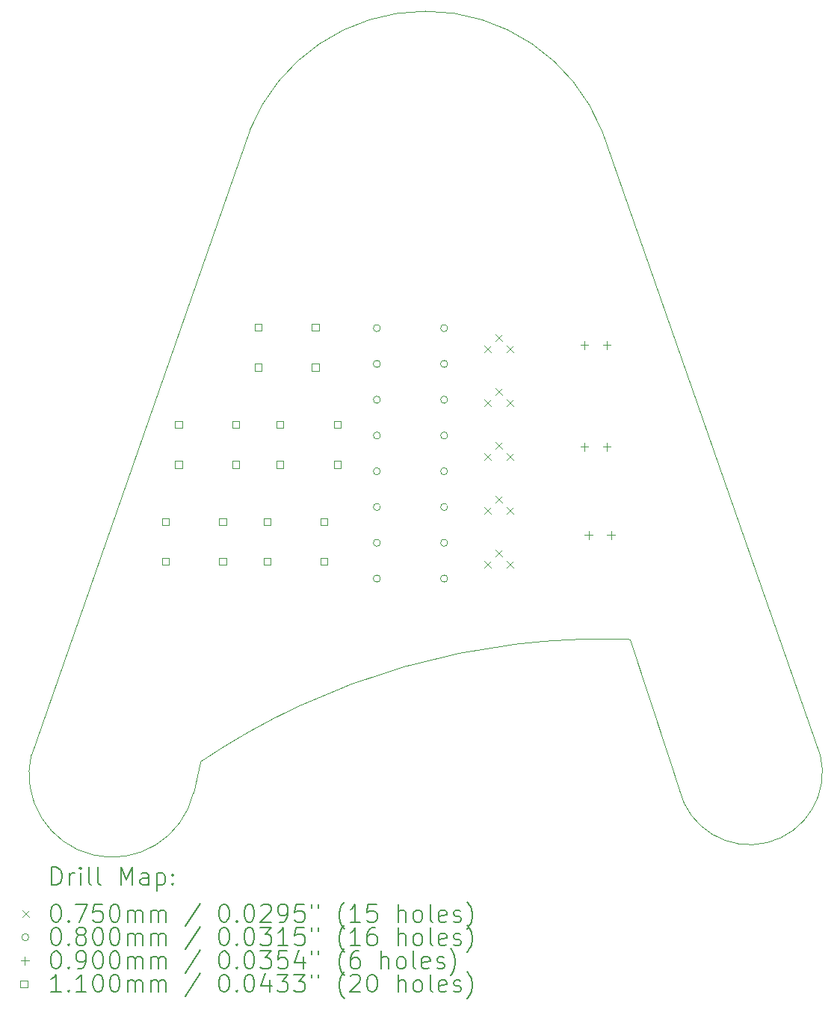
<source format=gbr>
%TF.GenerationSoftware,KiCad,Pcbnew,9.0.1*%
%TF.CreationDate,2025-05-23T23:34:19-04:00*%
%TF.ProjectId,logic01,6c6f6769-6330-4312-9e6b-696361645f70,rev?*%
%TF.SameCoordinates,Original*%
%TF.FileFunction,Drillmap*%
%TF.FilePolarity,Positive*%
%FSLAX45Y45*%
G04 Gerber Fmt 4.5, Leading zero omitted, Abs format (unit mm)*
G04 Created by KiCad (PCBNEW 9.0.1) date 2025-05-23 23:34:19*
%MOMM*%
%LPD*%
G01*
G04 APERTURE LIST*
%ADD10C,0.050000*%
%ADD11C,0.200000*%
%ADD12C,0.100000*%
%ADD13C,0.110000*%
G04 APERTURE END LIST*
D10*
X19480734Y-12895299D02*
G75*
G02*
X17884734Y-13294299I-798000J-199500D01*
G01*
X12455263Y-12982170D02*
G75*
G02*
X17323948Y-11594696I4551670J-6736028D01*
G01*
X17323948Y-11594696D02*
X17765034Y-12935199D01*
X12378534Y-13334199D02*
X12455263Y-12982170D01*
X17884734Y-13294299D02*
X17765034Y-12935199D01*
X17006934Y-5832999D02*
X19480734Y-12895299D01*
X13016934Y-5832999D02*
G75*
G02*
X17006934Y-5832999I1995000J-798000D01*
G01*
X12378534Y-13334199D02*
G75*
G02*
X10543135Y-12895299I-917700J219449D01*
G01*
X13016934Y-5832999D02*
X10543134Y-12895299D01*
D11*
D12*
X15674600Y-8264400D02*
X15749600Y-8339400D01*
X15749600Y-8264400D02*
X15674600Y-8339400D01*
X15674600Y-8875400D02*
X15749600Y-8950400D01*
X15749600Y-8875400D02*
X15674600Y-8950400D01*
X15674600Y-9486400D02*
X15749600Y-9561400D01*
X15749600Y-9486400D02*
X15674600Y-9561400D01*
X15674600Y-10097400D02*
X15749600Y-10172400D01*
X15749600Y-10097400D02*
X15674600Y-10172400D01*
X15674600Y-10708400D02*
X15749600Y-10783400D01*
X15749600Y-10708400D02*
X15674600Y-10783400D01*
X15801600Y-8137400D02*
X15876600Y-8212400D01*
X15876600Y-8137400D02*
X15801600Y-8212400D01*
X15801600Y-8748400D02*
X15876600Y-8823400D01*
X15876600Y-8748400D02*
X15801600Y-8823400D01*
X15801600Y-9359400D02*
X15876600Y-9434400D01*
X15876600Y-9359400D02*
X15801600Y-9434400D01*
X15801600Y-9970400D02*
X15876600Y-10045400D01*
X15876600Y-9970400D02*
X15801600Y-10045400D01*
X15801600Y-10581400D02*
X15876600Y-10656400D01*
X15876600Y-10581400D02*
X15801600Y-10656400D01*
X15928600Y-8264400D02*
X16003600Y-8339400D01*
X16003600Y-8264400D02*
X15928600Y-8339400D01*
X15928600Y-8875400D02*
X16003600Y-8950400D01*
X16003600Y-8875400D02*
X15928600Y-8950400D01*
X15928600Y-9486400D02*
X16003600Y-9561400D01*
X16003600Y-9486400D02*
X15928600Y-9561400D01*
X15928600Y-10097400D02*
X16003600Y-10172400D01*
X16003600Y-10097400D02*
X15928600Y-10172400D01*
X15928600Y-10708400D02*
X16003600Y-10783400D01*
X16003600Y-10708400D02*
X15928600Y-10783400D01*
X14498100Y-8069900D02*
G75*
G02*
X14418100Y-8069900I-40000J0D01*
G01*
X14418100Y-8069900D02*
G75*
G02*
X14498100Y-8069900I40000J0D01*
G01*
X14498100Y-8474900D02*
G75*
G02*
X14418100Y-8474900I-40000J0D01*
G01*
X14418100Y-8474900D02*
G75*
G02*
X14498100Y-8474900I40000J0D01*
G01*
X14498100Y-8879900D02*
G75*
G02*
X14418100Y-8879900I-40000J0D01*
G01*
X14418100Y-8879900D02*
G75*
G02*
X14498100Y-8879900I40000J0D01*
G01*
X14498100Y-9284900D02*
G75*
G02*
X14418100Y-9284900I-40000J0D01*
G01*
X14418100Y-9284900D02*
G75*
G02*
X14498100Y-9284900I40000J0D01*
G01*
X14498100Y-9689900D02*
G75*
G02*
X14418100Y-9689900I-40000J0D01*
G01*
X14418100Y-9689900D02*
G75*
G02*
X14498100Y-9689900I40000J0D01*
G01*
X14498100Y-10094900D02*
G75*
G02*
X14418100Y-10094900I-40000J0D01*
G01*
X14418100Y-10094900D02*
G75*
G02*
X14498100Y-10094900I40000J0D01*
G01*
X14498100Y-10499900D02*
G75*
G02*
X14418100Y-10499900I-40000J0D01*
G01*
X14418100Y-10499900D02*
G75*
G02*
X14498100Y-10499900I40000J0D01*
G01*
X14498100Y-10904900D02*
G75*
G02*
X14418100Y-10904900I-40000J0D01*
G01*
X14418100Y-10904900D02*
G75*
G02*
X14498100Y-10904900I40000J0D01*
G01*
X15260100Y-8069900D02*
G75*
G02*
X15180100Y-8069900I-40000J0D01*
G01*
X15180100Y-8069900D02*
G75*
G02*
X15260100Y-8069900I40000J0D01*
G01*
X15260100Y-8474900D02*
G75*
G02*
X15180100Y-8474900I-40000J0D01*
G01*
X15180100Y-8474900D02*
G75*
G02*
X15260100Y-8474900I40000J0D01*
G01*
X15260100Y-8879900D02*
G75*
G02*
X15180100Y-8879900I-40000J0D01*
G01*
X15180100Y-8879900D02*
G75*
G02*
X15260100Y-8879900I40000J0D01*
G01*
X15260100Y-9284900D02*
G75*
G02*
X15180100Y-9284900I-40000J0D01*
G01*
X15180100Y-9284900D02*
G75*
G02*
X15260100Y-9284900I40000J0D01*
G01*
X15260100Y-9689900D02*
G75*
G02*
X15180100Y-9689900I-40000J0D01*
G01*
X15180100Y-9689900D02*
G75*
G02*
X15260100Y-9689900I40000J0D01*
G01*
X15260100Y-10094900D02*
G75*
G02*
X15180100Y-10094900I-40000J0D01*
G01*
X15180100Y-10094900D02*
G75*
G02*
X15260100Y-10094900I40000J0D01*
G01*
X15260100Y-10499900D02*
G75*
G02*
X15180100Y-10499900I-40000J0D01*
G01*
X15180100Y-10499900D02*
G75*
G02*
X15260100Y-10499900I40000J0D01*
G01*
X15260100Y-10904900D02*
G75*
G02*
X15180100Y-10904900I-40000J0D01*
G01*
X15180100Y-10904900D02*
G75*
G02*
X15260100Y-10904900I40000J0D01*
G01*
X16808100Y-8217900D02*
X16808100Y-8307900D01*
X16763100Y-8262900D02*
X16853100Y-8262900D01*
X16808100Y-9367900D02*
X16808100Y-9457900D01*
X16763100Y-9412900D02*
X16853100Y-9412900D01*
X16858100Y-10367900D02*
X16858100Y-10457900D01*
X16813100Y-10412900D02*
X16903100Y-10412900D01*
X17062100Y-8217900D02*
X17062100Y-8307900D01*
X17017100Y-8262900D02*
X17107100Y-8262900D01*
X17062100Y-9367900D02*
X17062100Y-9457900D01*
X17017100Y-9412900D02*
X17107100Y-9412900D01*
X17112100Y-10367900D02*
X17112100Y-10457900D01*
X17067100Y-10412900D02*
X17157100Y-10412900D01*
D13*
X12100991Y-10301791D02*
X12100991Y-10224009D01*
X12023209Y-10224009D01*
X12023209Y-10301791D01*
X12100991Y-10301791D01*
X12100991Y-10751791D02*
X12100991Y-10674009D01*
X12023209Y-10674009D01*
X12023209Y-10751791D01*
X12100991Y-10751791D01*
X12250991Y-9201791D02*
X12250991Y-9124009D01*
X12173209Y-9124009D01*
X12173209Y-9201791D01*
X12250991Y-9201791D01*
X12250991Y-9651791D02*
X12250991Y-9574009D01*
X12173209Y-9574009D01*
X12173209Y-9651791D01*
X12250991Y-9651791D01*
X12750991Y-10301791D02*
X12750991Y-10224009D01*
X12673209Y-10224009D01*
X12673209Y-10301791D01*
X12750991Y-10301791D01*
X12750991Y-10751791D02*
X12750991Y-10674009D01*
X12673209Y-10674009D01*
X12673209Y-10751791D01*
X12750991Y-10751791D01*
X12900991Y-9201791D02*
X12900991Y-9124009D01*
X12823209Y-9124009D01*
X12823209Y-9201791D01*
X12900991Y-9201791D01*
X12900991Y-9651791D02*
X12900991Y-9574009D01*
X12823209Y-9574009D01*
X12823209Y-9651791D01*
X12900991Y-9651791D01*
X13150991Y-8101791D02*
X13150991Y-8024009D01*
X13073209Y-8024009D01*
X13073209Y-8101791D01*
X13150991Y-8101791D01*
X13150991Y-8551791D02*
X13150991Y-8474009D01*
X13073209Y-8474009D01*
X13073209Y-8551791D01*
X13150991Y-8551791D01*
X13250991Y-10301791D02*
X13250991Y-10224009D01*
X13173209Y-10224009D01*
X13173209Y-10301791D01*
X13250991Y-10301791D01*
X13250991Y-10751791D02*
X13250991Y-10674009D01*
X13173209Y-10674009D01*
X13173209Y-10751791D01*
X13250991Y-10751791D01*
X13400991Y-9201791D02*
X13400991Y-9124009D01*
X13323209Y-9124009D01*
X13323209Y-9201791D01*
X13400991Y-9201791D01*
X13400991Y-9651791D02*
X13400991Y-9574009D01*
X13323209Y-9574009D01*
X13323209Y-9651791D01*
X13400991Y-9651791D01*
X13800991Y-8101791D02*
X13800991Y-8024009D01*
X13723209Y-8024009D01*
X13723209Y-8101791D01*
X13800991Y-8101791D01*
X13800991Y-8551791D02*
X13800991Y-8474009D01*
X13723209Y-8474009D01*
X13723209Y-8551791D01*
X13800991Y-8551791D01*
X13900991Y-10301791D02*
X13900991Y-10224009D01*
X13823209Y-10224009D01*
X13823209Y-10301791D01*
X13900991Y-10301791D01*
X13900991Y-10751791D02*
X13900991Y-10674009D01*
X13823209Y-10674009D01*
X13823209Y-10751791D01*
X13900991Y-10751791D01*
X14050991Y-9201791D02*
X14050991Y-9124009D01*
X13973209Y-9124009D01*
X13973209Y-9201791D01*
X14050991Y-9201791D01*
X14050991Y-9651791D02*
X14050991Y-9574009D01*
X13973209Y-9574009D01*
X13973209Y-9651791D01*
X14050991Y-9651791D01*
D11*
X10775537Y-14372307D02*
X10775537Y-14172307D01*
X10775537Y-14172307D02*
X10823156Y-14172307D01*
X10823156Y-14172307D02*
X10851728Y-14181831D01*
X10851728Y-14181831D02*
X10870776Y-14200879D01*
X10870776Y-14200879D02*
X10880299Y-14219926D01*
X10880299Y-14219926D02*
X10889823Y-14258021D01*
X10889823Y-14258021D02*
X10889823Y-14286593D01*
X10889823Y-14286593D02*
X10880299Y-14324688D01*
X10880299Y-14324688D02*
X10870776Y-14343736D01*
X10870776Y-14343736D02*
X10851728Y-14362783D01*
X10851728Y-14362783D02*
X10823156Y-14372307D01*
X10823156Y-14372307D02*
X10775537Y-14372307D01*
X10975537Y-14372307D02*
X10975537Y-14238974D01*
X10975537Y-14277069D02*
X10985061Y-14258021D01*
X10985061Y-14258021D02*
X10994585Y-14248498D01*
X10994585Y-14248498D02*
X11013633Y-14238974D01*
X11013633Y-14238974D02*
X11032680Y-14238974D01*
X11099347Y-14372307D02*
X11099347Y-14238974D01*
X11099347Y-14172307D02*
X11089823Y-14181831D01*
X11089823Y-14181831D02*
X11099347Y-14191355D01*
X11099347Y-14191355D02*
X11108871Y-14181831D01*
X11108871Y-14181831D02*
X11099347Y-14172307D01*
X11099347Y-14172307D02*
X11099347Y-14191355D01*
X11223156Y-14372307D02*
X11204109Y-14362783D01*
X11204109Y-14362783D02*
X11194585Y-14343736D01*
X11194585Y-14343736D02*
X11194585Y-14172307D01*
X11327918Y-14372307D02*
X11308871Y-14362783D01*
X11308871Y-14362783D02*
X11299347Y-14343736D01*
X11299347Y-14343736D02*
X11299347Y-14172307D01*
X11556490Y-14372307D02*
X11556490Y-14172307D01*
X11556490Y-14172307D02*
X11623156Y-14315164D01*
X11623156Y-14315164D02*
X11689823Y-14172307D01*
X11689823Y-14172307D02*
X11689823Y-14372307D01*
X11870775Y-14372307D02*
X11870775Y-14267545D01*
X11870775Y-14267545D02*
X11861252Y-14248498D01*
X11861252Y-14248498D02*
X11842204Y-14238974D01*
X11842204Y-14238974D02*
X11804109Y-14238974D01*
X11804109Y-14238974D02*
X11785061Y-14248498D01*
X11870775Y-14362783D02*
X11851728Y-14372307D01*
X11851728Y-14372307D02*
X11804109Y-14372307D01*
X11804109Y-14372307D02*
X11785061Y-14362783D01*
X11785061Y-14362783D02*
X11775537Y-14343736D01*
X11775537Y-14343736D02*
X11775537Y-14324688D01*
X11775537Y-14324688D02*
X11785061Y-14305640D01*
X11785061Y-14305640D02*
X11804109Y-14296117D01*
X11804109Y-14296117D02*
X11851728Y-14296117D01*
X11851728Y-14296117D02*
X11870775Y-14286593D01*
X11966014Y-14238974D02*
X11966014Y-14438974D01*
X11966014Y-14248498D02*
X11985061Y-14238974D01*
X11985061Y-14238974D02*
X12023156Y-14238974D01*
X12023156Y-14238974D02*
X12042204Y-14248498D01*
X12042204Y-14248498D02*
X12051728Y-14258021D01*
X12051728Y-14258021D02*
X12061252Y-14277069D01*
X12061252Y-14277069D02*
X12061252Y-14334212D01*
X12061252Y-14334212D02*
X12051728Y-14353259D01*
X12051728Y-14353259D02*
X12042204Y-14362783D01*
X12042204Y-14362783D02*
X12023156Y-14372307D01*
X12023156Y-14372307D02*
X11985061Y-14372307D01*
X11985061Y-14372307D02*
X11966014Y-14362783D01*
X12146966Y-14353259D02*
X12156490Y-14362783D01*
X12156490Y-14362783D02*
X12146966Y-14372307D01*
X12146966Y-14372307D02*
X12137442Y-14362783D01*
X12137442Y-14362783D02*
X12146966Y-14353259D01*
X12146966Y-14353259D02*
X12146966Y-14372307D01*
X12146966Y-14248498D02*
X12156490Y-14258021D01*
X12156490Y-14258021D02*
X12146966Y-14267545D01*
X12146966Y-14267545D02*
X12137442Y-14258021D01*
X12137442Y-14258021D02*
X12146966Y-14248498D01*
X12146966Y-14248498D02*
X12146966Y-14267545D01*
D12*
X10439761Y-14663323D02*
X10514761Y-14738323D01*
X10514761Y-14663323D02*
X10439761Y-14738323D01*
D11*
X10813633Y-14592307D02*
X10832680Y-14592307D01*
X10832680Y-14592307D02*
X10851728Y-14601831D01*
X10851728Y-14601831D02*
X10861252Y-14611355D01*
X10861252Y-14611355D02*
X10870776Y-14630402D01*
X10870776Y-14630402D02*
X10880299Y-14668498D01*
X10880299Y-14668498D02*
X10880299Y-14716117D01*
X10880299Y-14716117D02*
X10870776Y-14754212D01*
X10870776Y-14754212D02*
X10861252Y-14773259D01*
X10861252Y-14773259D02*
X10851728Y-14782783D01*
X10851728Y-14782783D02*
X10832680Y-14792307D01*
X10832680Y-14792307D02*
X10813633Y-14792307D01*
X10813633Y-14792307D02*
X10794585Y-14782783D01*
X10794585Y-14782783D02*
X10785061Y-14773259D01*
X10785061Y-14773259D02*
X10775537Y-14754212D01*
X10775537Y-14754212D02*
X10766014Y-14716117D01*
X10766014Y-14716117D02*
X10766014Y-14668498D01*
X10766014Y-14668498D02*
X10775537Y-14630402D01*
X10775537Y-14630402D02*
X10785061Y-14611355D01*
X10785061Y-14611355D02*
X10794585Y-14601831D01*
X10794585Y-14601831D02*
X10813633Y-14592307D01*
X10966014Y-14773259D02*
X10975537Y-14782783D01*
X10975537Y-14782783D02*
X10966014Y-14792307D01*
X10966014Y-14792307D02*
X10956490Y-14782783D01*
X10956490Y-14782783D02*
X10966014Y-14773259D01*
X10966014Y-14773259D02*
X10966014Y-14792307D01*
X11042204Y-14592307D02*
X11175537Y-14592307D01*
X11175537Y-14592307D02*
X11089823Y-14792307D01*
X11346966Y-14592307D02*
X11251728Y-14592307D01*
X11251728Y-14592307D02*
X11242204Y-14687545D01*
X11242204Y-14687545D02*
X11251728Y-14678021D01*
X11251728Y-14678021D02*
X11270775Y-14668498D01*
X11270775Y-14668498D02*
X11318395Y-14668498D01*
X11318395Y-14668498D02*
X11337442Y-14678021D01*
X11337442Y-14678021D02*
X11346966Y-14687545D01*
X11346966Y-14687545D02*
X11356490Y-14706593D01*
X11356490Y-14706593D02*
X11356490Y-14754212D01*
X11356490Y-14754212D02*
X11346966Y-14773259D01*
X11346966Y-14773259D02*
X11337442Y-14782783D01*
X11337442Y-14782783D02*
X11318395Y-14792307D01*
X11318395Y-14792307D02*
X11270775Y-14792307D01*
X11270775Y-14792307D02*
X11251728Y-14782783D01*
X11251728Y-14782783D02*
X11242204Y-14773259D01*
X11480299Y-14592307D02*
X11499347Y-14592307D01*
X11499347Y-14592307D02*
X11518395Y-14601831D01*
X11518395Y-14601831D02*
X11527918Y-14611355D01*
X11527918Y-14611355D02*
X11537442Y-14630402D01*
X11537442Y-14630402D02*
X11546966Y-14668498D01*
X11546966Y-14668498D02*
X11546966Y-14716117D01*
X11546966Y-14716117D02*
X11537442Y-14754212D01*
X11537442Y-14754212D02*
X11527918Y-14773259D01*
X11527918Y-14773259D02*
X11518395Y-14782783D01*
X11518395Y-14782783D02*
X11499347Y-14792307D01*
X11499347Y-14792307D02*
X11480299Y-14792307D01*
X11480299Y-14792307D02*
X11461252Y-14782783D01*
X11461252Y-14782783D02*
X11451728Y-14773259D01*
X11451728Y-14773259D02*
X11442204Y-14754212D01*
X11442204Y-14754212D02*
X11432680Y-14716117D01*
X11432680Y-14716117D02*
X11432680Y-14668498D01*
X11432680Y-14668498D02*
X11442204Y-14630402D01*
X11442204Y-14630402D02*
X11451728Y-14611355D01*
X11451728Y-14611355D02*
X11461252Y-14601831D01*
X11461252Y-14601831D02*
X11480299Y-14592307D01*
X11632680Y-14792307D02*
X11632680Y-14658974D01*
X11632680Y-14678021D02*
X11642204Y-14668498D01*
X11642204Y-14668498D02*
X11661252Y-14658974D01*
X11661252Y-14658974D02*
X11689823Y-14658974D01*
X11689823Y-14658974D02*
X11708871Y-14668498D01*
X11708871Y-14668498D02*
X11718395Y-14687545D01*
X11718395Y-14687545D02*
X11718395Y-14792307D01*
X11718395Y-14687545D02*
X11727918Y-14668498D01*
X11727918Y-14668498D02*
X11746966Y-14658974D01*
X11746966Y-14658974D02*
X11775537Y-14658974D01*
X11775537Y-14658974D02*
X11794585Y-14668498D01*
X11794585Y-14668498D02*
X11804109Y-14687545D01*
X11804109Y-14687545D02*
X11804109Y-14792307D01*
X11899347Y-14792307D02*
X11899347Y-14658974D01*
X11899347Y-14678021D02*
X11908871Y-14668498D01*
X11908871Y-14668498D02*
X11927918Y-14658974D01*
X11927918Y-14658974D02*
X11956490Y-14658974D01*
X11956490Y-14658974D02*
X11975537Y-14668498D01*
X11975537Y-14668498D02*
X11985061Y-14687545D01*
X11985061Y-14687545D02*
X11985061Y-14792307D01*
X11985061Y-14687545D02*
X11994585Y-14668498D01*
X11994585Y-14668498D02*
X12013633Y-14658974D01*
X12013633Y-14658974D02*
X12042204Y-14658974D01*
X12042204Y-14658974D02*
X12061252Y-14668498D01*
X12061252Y-14668498D02*
X12070776Y-14687545D01*
X12070776Y-14687545D02*
X12070776Y-14792307D01*
X12461252Y-14582783D02*
X12289823Y-14839926D01*
X12718395Y-14592307D02*
X12737442Y-14592307D01*
X12737442Y-14592307D02*
X12756490Y-14601831D01*
X12756490Y-14601831D02*
X12766014Y-14611355D01*
X12766014Y-14611355D02*
X12775538Y-14630402D01*
X12775538Y-14630402D02*
X12785061Y-14668498D01*
X12785061Y-14668498D02*
X12785061Y-14716117D01*
X12785061Y-14716117D02*
X12775538Y-14754212D01*
X12775538Y-14754212D02*
X12766014Y-14773259D01*
X12766014Y-14773259D02*
X12756490Y-14782783D01*
X12756490Y-14782783D02*
X12737442Y-14792307D01*
X12737442Y-14792307D02*
X12718395Y-14792307D01*
X12718395Y-14792307D02*
X12699347Y-14782783D01*
X12699347Y-14782783D02*
X12689823Y-14773259D01*
X12689823Y-14773259D02*
X12680299Y-14754212D01*
X12680299Y-14754212D02*
X12670776Y-14716117D01*
X12670776Y-14716117D02*
X12670776Y-14668498D01*
X12670776Y-14668498D02*
X12680299Y-14630402D01*
X12680299Y-14630402D02*
X12689823Y-14611355D01*
X12689823Y-14611355D02*
X12699347Y-14601831D01*
X12699347Y-14601831D02*
X12718395Y-14592307D01*
X12870776Y-14773259D02*
X12880299Y-14782783D01*
X12880299Y-14782783D02*
X12870776Y-14792307D01*
X12870776Y-14792307D02*
X12861252Y-14782783D01*
X12861252Y-14782783D02*
X12870776Y-14773259D01*
X12870776Y-14773259D02*
X12870776Y-14792307D01*
X13004109Y-14592307D02*
X13023157Y-14592307D01*
X13023157Y-14592307D02*
X13042204Y-14601831D01*
X13042204Y-14601831D02*
X13051728Y-14611355D01*
X13051728Y-14611355D02*
X13061252Y-14630402D01*
X13061252Y-14630402D02*
X13070776Y-14668498D01*
X13070776Y-14668498D02*
X13070776Y-14716117D01*
X13070776Y-14716117D02*
X13061252Y-14754212D01*
X13061252Y-14754212D02*
X13051728Y-14773259D01*
X13051728Y-14773259D02*
X13042204Y-14782783D01*
X13042204Y-14782783D02*
X13023157Y-14792307D01*
X13023157Y-14792307D02*
X13004109Y-14792307D01*
X13004109Y-14792307D02*
X12985061Y-14782783D01*
X12985061Y-14782783D02*
X12975538Y-14773259D01*
X12975538Y-14773259D02*
X12966014Y-14754212D01*
X12966014Y-14754212D02*
X12956490Y-14716117D01*
X12956490Y-14716117D02*
X12956490Y-14668498D01*
X12956490Y-14668498D02*
X12966014Y-14630402D01*
X12966014Y-14630402D02*
X12975538Y-14611355D01*
X12975538Y-14611355D02*
X12985061Y-14601831D01*
X12985061Y-14601831D02*
X13004109Y-14592307D01*
X13146966Y-14611355D02*
X13156490Y-14601831D01*
X13156490Y-14601831D02*
X13175538Y-14592307D01*
X13175538Y-14592307D02*
X13223157Y-14592307D01*
X13223157Y-14592307D02*
X13242204Y-14601831D01*
X13242204Y-14601831D02*
X13251728Y-14611355D01*
X13251728Y-14611355D02*
X13261252Y-14630402D01*
X13261252Y-14630402D02*
X13261252Y-14649450D01*
X13261252Y-14649450D02*
X13251728Y-14678021D01*
X13251728Y-14678021D02*
X13137442Y-14792307D01*
X13137442Y-14792307D02*
X13261252Y-14792307D01*
X13356490Y-14792307D02*
X13394585Y-14792307D01*
X13394585Y-14792307D02*
X13413633Y-14782783D01*
X13413633Y-14782783D02*
X13423157Y-14773259D01*
X13423157Y-14773259D02*
X13442204Y-14744688D01*
X13442204Y-14744688D02*
X13451728Y-14706593D01*
X13451728Y-14706593D02*
X13451728Y-14630402D01*
X13451728Y-14630402D02*
X13442204Y-14611355D01*
X13442204Y-14611355D02*
X13432680Y-14601831D01*
X13432680Y-14601831D02*
X13413633Y-14592307D01*
X13413633Y-14592307D02*
X13375538Y-14592307D01*
X13375538Y-14592307D02*
X13356490Y-14601831D01*
X13356490Y-14601831D02*
X13346966Y-14611355D01*
X13346966Y-14611355D02*
X13337442Y-14630402D01*
X13337442Y-14630402D02*
X13337442Y-14678021D01*
X13337442Y-14678021D02*
X13346966Y-14697069D01*
X13346966Y-14697069D02*
X13356490Y-14706593D01*
X13356490Y-14706593D02*
X13375538Y-14716117D01*
X13375538Y-14716117D02*
X13413633Y-14716117D01*
X13413633Y-14716117D02*
X13432680Y-14706593D01*
X13432680Y-14706593D02*
X13442204Y-14697069D01*
X13442204Y-14697069D02*
X13451728Y-14678021D01*
X13632680Y-14592307D02*
X13537442Y-14592307D01*
X13537442Y-14592307D02*
X13527919Y-14687545D01*
X13527919Y-14687545D02*
X13537442Y-14678021D01*
X13537442Y-14678021D02*
X13556490Y-14668498D01*
X13556490Y-14668498D02*
X13604109Y-14668498D01*
X13604109Y-14668498D02*
X13623157Y-14678021D01*
X13623157Y-14678021D02*
X13632680Y-14687545D01*
X13632680Y-14687545D02*
X13642204Y-14706593D01*
X13642204Y-14706593D02*
X13642204Y-14754212D01*
X13642204Y-14754212D02*
X13632680Y-14773259D01*
X13632680Y-14773259D02*
X13623157Y-14782783D01*
X13623157Y-14782783D02*
X13604109Y-14792307D01*
X13604109Y-14792307D02*
X13556490Y-14792307D01*
X13556490Y-14792307D02*
X13537442Y-14782783D01*
X13537442Y-14782783D02*
X13527919Y-14773259D01*
X13718395Y-14592307D02*
X13718395Y-14630402D01*
X13794585Y-14592307D02*
X13794585Y-14630402D01*
X14089823Y-14868498D02*
X14080300Y-14858974D01*
X14080300Y-14858974D02*
X14061252Y-14830402D01*
X14061252Y-14830402D02*
X14051728Y-14811355D01*
X14051728Y-14811355D02*
X14042204Y-14782783D01*
X14042204Y-14782783D02*
X14032681Y-14735164D01*
X14032681Y-14735164D02*
X14032681Y-14697069D01*
X14032681Y-14697069D02*
X14042204Y-14649450D01*
X14042204Y-14649450D02*
X14051728Y-14620879D01*
X14051728Y-14620879D02*
X14061252Y-14601831D01*
X14061252Y-14601831D02*
X14080300Y-14573259D01*
X14080300Y-14573259D02*
X14089823Y-14563736D01*
X14270776Y-14792307D02*
X14156490Y-14792307D01*
X14213633Y-14792307D02*
X14213633Y-14592307D01*
X14213633Y-14592307D02*
X14194585Y-14620879D01*
X14194585Y-14620879D02*
X14175538Y-14639926D01*
X14175538Y-14639926D02*
X14156490Y-14649450D01*
X14451728Y-14592307D02*
X14356490Y-14592307D01*
X14356490Y-14592307D02*
X14346966Y-14687545D01*
X14346966Y-14687545D02*
X14356490Y-14678021D01*
X14356490Y-14678021D02*
X14375538Y-14668498D01*
X14375538Y-14668498D02*
X14423157Y-14668498D01*
X14423157Y-14668498D02*
X14442204Y-14678021D01*
X14442204Y-14678021D02*
X14451728Y-14687545D01*
X14451728Y-14687545D02*
X14461252Y-14706593D01*
X14461252Y-14706593D02*
X14461252Y-14754212D01*
X14461252Y-14754212D02*
X14451728Y-14773259D01*
X14451728Y-14773259D02*
X14442204Y-14782783D01*
X14442204Y-14782783D02*
X14423157Y-14792307D01*
X14423157Y-14792307D02*
X14375538Y-14792307D01*
X14375538Y-14792307D02*
X14356490Y-14782783D01*
X14356490Y-14782783D02*
X14346966Y-14773259D01*
X14699347Y-14792307D02*
X14699347Y-14592307D01*
X14785062Y-14792307D02*
X14785062Y-14687545D01*
X14785062Y-14687545D02*
X14775538Y-14668498D01*
X14775538Y-14668498D02*
X14756490Y-14658974D01*
X14756490Y-14658974D02*
X14727919Y-14658974D01*
X14727919Y-14658974D02*
X14708871Y-14668498D01*
X14708871Y-14668498D02*
X14699347Y-14678021D01*
X14908871Y-14792307D02*
X14889823Y-14782783D01*
X14889823Y-14782783D02*
X14880300Y-14773259D01*
X14880300Y-14773259D02*
X14870776Y-14754212D01*
X14870776Y-14754212D02*
X14870776Y-14697069D01*
X14870776Y-14697069D02*
X14880300Y-14678021D01*
X14880300Y-14678021D02*
X14889823Y-14668498D01*
X14889823Y-14668498D02*
X14908871Y-14658974D01*
X14908871Y-14658974D02*
X14937443Y-14658974D01*
X14937443Y-14658974D02*
X14956490Y-14668498D01*
X14956490Y-14668498D02*
X14966014Y-14678021D01*
X14966014Y-14678021D02*
X14975538Y-14697069D01*
X14975538Y-14697069D02*
X14975538Y-14754212D01*
X14975538Y-14754212D02*
X14966014Y-14773259D01*
X14966014Y-14773259D02*
X14956490Y-14782783D01*
X14956490Y-14782783D02*
X14937443Y-14792307D01*
X14937443Y-14792307D02*
X14908871Y-14792307D01*
X15089823Y-14792307D02*
X15070776Y-14782783D01*
X15070776Y-14782783D02*
X15061252Y-14763736D01*
X15061252Y-14763736D02*
X15061252Y-14592307D01*
X15242204Y-14782783D02*
X15223157Y-14792307D01*
X15223157Y-14792307D02*
X15185062Y-14792307D01*
X15185062Y-14792307D02*
X15166014Y-14782783D01*
X15166014Y-14782783D02*
X15156490Y-14763736D01*
X15156490Y-14763736D02*
X15156490Y-14687545D01*
X15156490Y-14687545D02*
X15166014Y-14668498D01*
X15166014Y-14668498D02*
X15185062Y-14658974D01*
X15185062Y-14658974D02*
X15223157Y-14658974D01*
X15223157Y-14658974D02*
X15242204Y-14668498D01*
X15242204Y-14668498D02*
X15251728Y-14687545D01*
X15251728Y-14687545D02*
X15251728Y-14706593D01*
X15251728Y-14706593D02*
X15156490Y-14725640D01*
X15327919Y-14782783D02*
X15346966Y-14792307D01*
X15346966Y-14792307D02*
X15385062Y-14792307D01*
X15385062Y-14792307D02*
X15404109Y-14782783D01*
X15404109Y-14782783D02*
X15413633Y-14763736D01*
X15413633Y-14763736D02*
X15413633Y-14754212D01*
X15413633Y-14754212D02*
X15404109Y-14735164D01*
X15404109Y-14735164D02*
X15385062Y-14725640D01*
X15385062Y-14725640D02*
X15356490Y-14725640D01*
X15356490Y-14725640D02*
X15337443Y-14716117D01*
X15337443Y-14716117D02*
X15327919Y-14697069D01*
X15327919Y-14697069D02*
X15327919Y-14687545D01*
X15327919Y-14687545D02*
X15337443Y-14668498D01*
X15337443Y-14668498D02*
X15356490Y-14658974D01*
X15356490Y-14658974D02*
X15385062Y-14658974D01*
X15385062Y-14658974D02*
X15404109Y-14668498D01*
X15480300Y-14868498D02*
X15489824Y-14858974D01*
X15489824Y-14858974D02*
X15508871Y-14830402D01*
X15508871Y-14830402D02*
X15518395Y-14811355D01*
X15518395Y-14811355D02*
X15527919Y-14782783D01*
X15527919Y-14782783D02*
X15537443Y-14735164D01*
X15537443Y-14735164D02*
X15537443Y-14697069D01*
X15537443Y-14697069D02*
X15527919Y-14649450D01*
X15527919Y-14649450D02*
X15518395Y-14620879D01*
X15518395Y-14620879D02*
X15508871Y-14601831D01*
X15508871Y-14601831D02*
X15489824Y-14573259D01*
X15489824Y-14573259D02*
X15480300Y-14563736D01*
D12*
X10514761Y-14964823D02*
G75*
G02*
X10434761Y-14964823I-40000J0D01*
G01*
X10434761Y-14964823D02*
G75*
G02*
X10514761Y-14964823I40000J0D01*
G01*
D11*
X10813633Y-14856307D02*
X10832680Y-14856307D01*
X10832680Y-14856307D02*
X10851728Y-14865831D01*
X10851728Y-14865831D02*
X10861252Y-14875355D01*
X10861252Y-14875355D02*
X10870776Y-14894402D01*
X10870776Y-14894402D02*
X10880299Y-14932498D01*
X10880299Y-14932498D02*
X10880299Y-14980117D01*
X10880299Y-14980117D02*
X10870776Y-15018212D01*
X10870776Y-15018212D02*
X10861252Y-15037259D01*
X10861252Y-15037259D02*
X10851728Y-15046783D01*
X10851728Y-15046783D02*
X10832680Y-15056307D01*
X10832680Y-15056307D02*
X10813633Y-15056307D01*
X10813633Y-15056307D02*
X10794585Y-15046783D01*
X10794585Y-15046783D02*
X10785061Y-15037259D01*
X10785061Y-15037259D02*
X10775537Y-15018212D01*
X10775537Y-15018212D02*
X10766014Y-14980117D01*
X10766014Y-14980117D02*
X10766014Y-14932498D01*
X10766014Y-14932498D02*
X10775537Y-14894402D01*
X10775537Y-14894402D02*
X10785061Y-14875355D01*
X10785061Y-14875355D02*
X10794585Y-14865831D01*
X10794585Y-14865831D02*
X10813633Y-14856307D01*
X10966014Y-15037259D02*
X10975537Y-15046783D01*
X10975537Y-15046783D02*
X10966014Y-15056307D01*
X10966014Y-15056307D02*
X10956490Y-15046783D01*
X10956490Y-15046783D02*
X10966014Y-15037259D01*
X10966014Y-15037259D02*
X10966014Y-15056307D01*
X11089823Y-14942021D02*
X11070776Y-14932498D01*
X11070776Y-14932498D02*
X11061252Y-14922974D01*
X11061252Y-14922974D02*
X11051728Y-14903926D01*
X11051728Y-14903926D02*
X11051728Y-14894402D01*
X11051728Y-14894402D02*
X11061252Y-14875355D01*
X11061252Y-14875355D02*
X11070776Y-14865831D01*
X11070776Y-14865831D02*
X11089823Y-14856307D01*
X11089823Y-14856307D02*
X11127918Y-14856307D01*
X11127918Y-14856307D02*
X11146966Y-14865831D01*
X11146966Y-14865831D02*
X11156490Y-14875355D01*
X11156490Y-14875355D02*
X11166014Y-14894402D01*
X11166014Y-14894402D02*
X11166014Y-14903926D01*
X11166014Y-14903926D02*
X11156490Y-14922974D01*
X11156490Y-14922974D02*
X11146966Y-14932498D01*
X11146966Y-14932498D02*
X11127918Y-14942021D01*
X11127918Y-14942021D02*
X11089823Y-14942021D01*
X11089823Y-14942021D02*
X11070776Y-14951545D01*
X11070776Y-14951545D02*
X11061252Y-14961069D01*
X11061252Y-14961069D02*
X11051728Y-14980117D01*
X11051728Y-14980117D02*
X11051728Y-15018212D01*
X11051728Y-15018212D02*
X11061252Y-15037259D01*
X11061252Y-15037259D02*
X11070776Y-15046783D01*
X11070776Y-15046783D02*
X11089823Y-15056307D01*
X11089823Y-15056307D02*
X11127918Y-15056307D01*
X11127918Y-15056307D02*
X11146966Y-15046783D01*
X11146966Y-15046783D02*
X11156490Y-15037259D01*
X11156490Y-15037259D02*
X11166014Y-15018212D01*
X11166014Y-15018212D02*
X11166014Y-14980117D01*
X11166014Y-14980117D02*
X11156490Y-14961069D01*
X11156490Y-14961069D02*
X11146966Y-14951545D01*
X11146966Y-14951545D02*
X11127918Y-14942021D01*
X11289823Y-14856307D02*
X11308871Y-14856307D01*
X11308871Y-14856307D02*
X11327918Y-14865831D01*
X11327918Y-14865831D02*
X11337442Y-14875355D01*
X11337442Y-14875355D02*
X11346966Y-14894402D01*
X11346966Y-14894402D02*
X11356490Y-14932498D01*
X11356490Y-14932498D02*
X11356490Y-14980117D01*
X11356490Y-14980117D02*
X11346966Y-15018212D01*
X11346966Y-15018212D02*
X11337442Y-15037259D01*
X11337442Y-15037259D02*
X11327918Y-15046783D01*
X11327918Y-15046783D02*
X11308871Y-15056307D01*
X11308871Y-15056307D02*
X11289823Y-15056307D01*
X11289823Y-15056307D02*
X11270775Y-15046783D01*
X11270775Y-15046783D02*
X11261252Y-15037259D01*
X11261252Y-15037259D02*
X11251728Y-15018212D01*
X11251728Y-15018212D02*
X11242204Y-14980117D01*
X11242204Y-14980117D02*
X11242204Y-14932498D01*
X11242204Y-14932498D02*
X11251728Y-14894402D01*
X11251728Y-14894402D02*
X11261252Y-14875355D01*
X11261252Y-14875355D02*
X11270775Y-14865831D01*
X11270775Y-14865831D02*
X11289823Y-14856307D01*
X11480299Y-14856307D02*
X11499347Y-14856307D01*
X11499347Y-14856307D02*
X11518395Y-14865831D01*
X11518395Y-14865831D02*
X11527918Y-14875355D01*
X11527918Y-14875355D02*
X11537442Y-14894402D01*
X11537442Y-14894402D02*
X11546966Y-14932498D01*
X11546966Y-14932498D02*
X11546966Y-14980117D01*
X11546966Y-14980117D02*
X11537442Y-15018212D01*
X11537442Y-15018212D02*
X11527918Y-15037259D01*
X11527918Y-15037259D02*
X11518395Y-15046783D01*
X11518395Y-15046783D02*
X11499347Y-15056307D01*
X11499347Y-15056307D02*
X11480299Y-15056307D01*
X11480299Y-15056307D02*
X11461252Y-15046783D01*
X11461252Y-15046783D02*
X11451728Y-15037259D01*
X11451728Y-15037259D02*
X11442204Y-15018212D01*
X11442204Y-15018212D02*
X11432680Y-14980117D01*
X11432680Y-14980117D02*
X11432680Y-14932498D01*
X11432680Y-14932498D02*
X11442204Y-14894402D01*
X11442204Y-14894402D02*
X11451728Y-14875355D01*
X11451728Y-14875355D02*
X11461252Y-14865831D01*
X11461252Y-14865831D02*
X11480299Y-14856307D01*
X11632680Y-15056307D02*
X11632680Y-14922974D01*
X11632680Y-14942021D02*
X11642204Y-14932498D01*
X11642204Y-14932498D02*
X11661252Y-14922974D01*
X11661252Y-14922974D02*
X11689823Y-14922974D01*
X11689823Y-14922974D02*
X11708871Y-14932498D01*
X11708871Y-14932498D02*
X11718395Y-14951545D01*
X11718395Y-14951545D02*
X11718395Y-15056307D01*
X11718395Y-14951545D02*
X11727918Y-14932498D01*
X11727918Y-14932498D02*
X11746966Y-14922974D01*
X11746966Y-14922974D02*
X11775537Y-14922974D01*
X11775537Y-14922974D02*
X11794585Y-14932498D01*
X11794585Y-14932498D02*
X11804109Y-14951545D01*
X11804109Y-14951545D02*
X11804109Y-15056307D01*
X11899347Y-15056307D02*
X11899347Y-14922974D01*
X11899347Y-14942021D02*
X11908871Y-14932498D01*
X11908871Y-14932498D02*
X11927918Y-14922974D01*
X11927918Y-14922974D02*
X11956490Y-14922974D01*
X11956490Y-14922974D02*
X11975537Y-14932498D01*
X11975537Y-14932498D02*
X11985061Y-14951545D01*
X11985061Y-14951545D02*
X11985061Y-15056307D01*
X11985061Y-14951545D02*
X11994585Y-14932498D01*
X11994585Y-14932498D02*
X12013633Y-14922974D01*
X12013633Y-14922974D02*
X12042204Y-14922974D01*
X12042204Y-14922974D02*
X12061252Y-14932498D01*
X12061252Y-14932498D02*
X12070776Y-14951545D01*
X12070776Y-14951545D02*
X12070776Y-15056307D01*
X12461252Y-14846783D02*
X12289823Y-15103926D01*
X12718395Y-14856307D02*
X12737442Y-14856307D01*
X12737442Y-14856307D02*
X12756490Y-14865831D01*
X12756490Y-14865831D02*
X12766014Y-14875355D01*
X12766014Y-14875355D02*
X12775538Y-14894402D01*
X12775538Y-14894402D02*
X12785061Y-14932498D01*
X12785061Y-14932498D02*
X12785061Y-14980117D01*
X12785061Y-14980117D02*
X12775538Y-15018212D01*
X12775538Y-15018212D02*
X12766014Y-15037259D01*
X12766014Y-15037259D02*
X12756490Y-15046783D01*
X12756490Y-15046783D02*
X12737442Y-15056307D01*
X12737442Y-15056307D02*
X12718395Y-15056307D01*
X12718395Y-15056307D02*
X12699347Y-15046783D01*
X12699347Y-15046783D02*
X12689823Y-15037259D01*
X12689823Y-15037259D02*
X12680299Y-15018212D01*
X12680299Y-15018212D02*
X12670776Y-14980117D01*
X12670776Y-14980117D02*
X12670776Y-14932498D01*
X12670776Y-14932498D02*
X12680299Y-14894402D01*
X12680299Y-14894402D02*
X12689823Y-14875355D01*
X12689823Y-14875355D02*
X12699347Y-14865831D01*
X12699347Y-14865831D02*
X12718395Y-14856307D01*
X12870776Y-15037259D02*
X12880299Y-15046783D01*
X12880299Y-15046783D02*
X12870776Y-15056307D01*
X12870776Y-15056307D02*
X12861252Y-15046783D01*
X12861252Y-15046783D02*
X12870776Y-15037259D01*
X12870776Y-15037259D02*
X12870776Y-15056307D01*
X13004109Y-14856307D02*
X13023157Y-14856307D01*
X13023157Y-14856307D02*
X13042204Y-14865831D01*
X13042204Y-14865831D02*
X13051728Y-14875355D01*
X13051728Y-14875355D02*
X13061252Y-14894402D01*
X13061252Y-14894402D02*
X13070776Y-14932498D01*
X13070776Y-14932498D02*
X13070776Y-14980117D01*
X13070776Y-14980117D02*
X13061252Y-15018212D01*
X13061252Y-15018212D02*
X13051728Y-15037259D01*
X13051728Y-15037259D02*
X13042204Y-15046783D01*
X13042204Y-15046783D02*
X13023157Y-15056307D01*
X13023157Y-15056307D02*
X13004109Y-15056307D01*
X13004109Y-15056307D02*
X12985061Y-15046783D01*
X12985061Y-15046783D02*
X12975538Y-15037259D01*
X12975538Y-15037259D02*
X12966014Y-15018212D01*
X12966014Y-15018212D02*
X12956490Y-14980117D01*
X12956490Y-14980117D02*
X12956490Y-14932498D01*
X12956490Y-14932498D02*
X12966014Y-14894402D01*
X12966014Y-14894402D02*
X12975538Y-14875355D01*
X12975538Y-14875355D02*
X12985061Y-14865831D01*
X12985061Y-14865831D02*
X13004109Y-14856307D01*
X13137442Y-14856307D02*
X13261252Y-14856307D01*
X13261252Y-14856307D02*
X13194585Y-14932498D01*
X13194585Y-14932498D02*
X13223157Y-14932498D01*
X13223157Y-14932498D02*
X13242204Y-14942021D01*
X13242204Y-14942021D02*
X13251728Y-14951545D01*
X13251728Y-14951545D02*
X13261252Y-14970593D01*
X13261252Y-14970593D02*
X13261252Y-15018212D01*
X13261252Y-15018212D02*
X13251728Y-15037259D01*
X13251728Y-15037259D02*
X13242204Y-15046783D01*
X13242204Y-15046783D02*
X13223157Y-15056307D01*
X13223157Y-15056307D02*
X13166014Y-15056307D01*
X13166014Y-15056307D02*
X13146966Y-15046783D01*
X13146966Y-15046783D02*
X13137442Y-15037259D01*
X13451728Y-15056307D02*
X13337442Y-15056307D01*
X13394585Y-15056307D02*
X13394585Y-14856307D01*
X13394585Y-14856307D02*
X13375538Y-14884879D01*
X13375538Y-14884879D02*
X13356490Y-14903926D01*
X13356490Y-14903926D02*
X13337442Y-14913450D01*
X13632680Y-14856307D02*
X13537442Y-14856307D01*
X13537442Y-14856307D02*
X13527919Y-14951545D01*
X13527919Y-14951545D02*
X13537442Y-14942021D01*
X13537442Y-14942021D02*
X13556490Y-14932498D01*
X13556490Y-14932498D02*
X13604109Y-14932498D01*
X13604109Y-14932498D02*
X13623157Y-14942021D01*
X13623157Y-14942021D02*
X13632680Y-14951545D01*
X13632680Y-14951545D02*
X13642204Y-14970593D01*
X13642204Y-14970593D02*
X13642204Y-15018212D01*
X13642204Y-15018212D02*
X13632680Y-15037259D01*
X13632680Y-15037259D02*
X13623157Y-15046783D01*
X13623157Y-15046783D02*
X13604109Y-15056307D01*
X13604109Y-15056307D02*
X13556490Y-15056307D01*
X13556490Y-15056307D02*
X13537442Y-15046783D01*
X13537442Y-15046783D02*
X13527919Y-15037259D01*
X13718395Y-14856307D02*
X13718395Y-14894402D01*
X13794585Y-14856307D02*
X13794585Y-14894402D01*
X14089823Y-15132498D02*
X14080300Y-15122974D01*
X14080300Y-15122974D02*
X14061252Y-15094402D01*
X14061252Y-15094402D02*
X14051728Y-15075355D01*
X14051728Y-15075355D02*
X14042204Y-15046783D01*
X14042204Y-15046783D02*
X14032681Y-14999164D01*
X14032681Y-14999164D02*
X14032681Y-14961069D01*
X14032681Y-14961069D02*
X14042204Y-14913450D01*
X14042204Y-14913450D02*
X14051728Y-14884879D01*
X14051728Y-14884879D02*
X14061252Y-14865831D01*
X14061252Y-14865831D02*
X14080300Y-14837259D01*
X14080300Y-14837259D02*
X14089823Y-14827736D01*
X14270776Y-15056307D02*
X14156490Y-15056307D01*
X14213633Y-15056307D02*
X14213633Y-14856307D01*
X14213633Y-14856307D02*
X14194585Y-14884879D01*
X14194585Y-14884879D02*
X14175538Y-14903926D01*
X14175538Y-14903926D02*
X14156490Y-14913450D01*
X14442204Y-14856307D02*
X14404109Y-14856307D01*
X14404109Y-14856307D02*
X14385061Y-14865831D01*
X14385061Y-14865831D02*
X14375538Y-14875355D01*
X14375538Y-14875355D02*
X14356490Y-14903926D01*
X14356490Y-14903926D02*
X14346966Y-14942021D01*
X14346966Y-14942021D02*
X14346966Y-15018212D01*
X14346966Y-15018212D02*
X14356490Y-15037259D01*
X14356490Y-15037259D02*
X14366014Y-15046783D01*
X14366014Y-15046783D02*
X14385061Y-15056307D01*
X14385061Y-15056307D02*
X14423157Y-15056307D01*
X14423157Y-15056307D02*
X14442204Y-15046783D01*
X14442204Y-15046783D02*
X14451728Y-15037259D01*
X14451728Y-15037259D02*
X14461252Y-15018212D01*
X14461252Y-15018212D02*
X14461252Y-14970593D01*
X14461252Y-14970593D02*
X14451728Y-14951545D01*
X14451728Y-14951545D02*
X14442204Y-14942021D01*
X14442204Y-14942021D02*
X14423157Y-14932498D01*
X14423157Y-14932498D02*
X14385061Y-14932498D01*
X14385061Y-14932498D02*
X14366014Y-14942021D01*
X14366014Y-14942021D02*
X14356490Y-14951545D01*
X14356490Y-14951545D02*
X14346966Y-14970593D01*
X14699347Y-15056307D02*
X14699347Y-14856307D01*
X14785062Y-15056307D02*
X14785062Y-14951545D01*
X14785062Y-14951545D02*
X14775538Y-14932498D01*
X14775538Y-14932498D02*
X14756490Y-14922974D01*
X14756490Y-14922974D02*
X14727919Y-14922974D01*
X14727919Y-14922974D02*
X14708871Y-14932498D01*
X14708871Y-14932498D02*
X14699347Y-14942021D01*
X14908871Y-15056307D02*
X14889823Y-15046783D01*
X14889823Y-15046783D02*
X14880300Y-15037259D01*
X14880300Y-15037259D02*
X14870776Y-15018212D01*
X14870776Y-15018212D02*
X14870776Y-14961069D01*
X14870776Y-14961069D02*
X14880300Y-14942021D01*
X14880300Y-14942021D02*
X14889823Y-14932498D01*
X14889823Y-14932498D02*
X14908871Y-14922974D01*
X14908871Y-14922974D02*
X14937443Y-14922974D01*
X14937443Y-14922974D02*
X14956490Y-14932498D01*
X14956490Y-14932498D02*
X14966014Y-14942021D01*
X14966014Y-14942021D02*
X14975538Y-14961069D01*
X14975538Y-14961069D02*
X14975538Y-15018212D01*
X14975538Y-15018212D02*
X14966014Y-15037259D01*
X14966014Y-15037259D02*
X14956490Y-15046783D01*
X14956490Y-15046783D02*
X14937443Y-15056307D01*
X14937443Y-15056307D02*
X14908871Y-15056307D01*
X15089823Y-15056307D02*
X15070776Y-15046783D01*
X15070776Y-15046783D02*
X15061252Y-15027736D01*
X15061252Y-15027736D02*
X15061252Y-14856307D01*
X15242204Y-15046783D02*
X15223157Y-15056307D01*
X15223157Y-15056307D02*
X15185062Y-15056307D01*
X15185062Y-15056307D02*
X15166014Y-15046783D01*
X15166014Y-15046783D02*
X15156490Y-15027736D01*
X15156490Y-15027736D02*
X15156490Y-14951545D01*
X15156490Y-14951545D02*
X15166014Y-14932498D01*
X15166014Y-14932498D02*
X15185062Y-14922974D01*
X15185062Y-14922974D02*
X15223157Y-14922974D01*
X15223157Y-14922974D02*
X15242204Y-14932498D01*
X15242204Y-14932498D02*
X15251728Y-14951545D01*
X15251728Y-14951545D02*
X15251728Y-14970593D01*
X15251728Y-14970593D02*
X15156490Y-14989640D01*
X15327919Y-15046783D02*
X15346966Y-15056307D01*
X15346966Y-15056307D02*
X15385062Y-15056307D01*
X15385062Y-15056307D02*
X15404109Y-15046783D01*
X15404109Y-15046783D02*
X15413633Y-15027736D01*
X15413633Y-15027736D02*
X15413633Y-15018212D01*
X15413633Y-15018212D02*
X15404109Y-14999164D01*
X15404109Y-14999164D02*
X15385062Y-14989640D01*
X15385062Y-14989640D02*
X15356490Y-14989640D01*
X15356490Y-14989640D02*
X15337443Y-14980117D01*
X15337443Y-14980117D02*
X15327919Y-14961069D01*
X15327919Y-14961069D02*
X15327919Y-14951545D01*
X15327919Y-14951545D02*
X15337443Y-14932498D01*
X15337443Y-14932498D02*
X15356490Y-14922974D01*
X15356490Y-14922974D02*
X15385062Y-14922974D01*
X15385062Y-14922974D02*
X15404109Y-14932498D01*
X15480300Y-15132498D02*
X15489824Y-15122974D01*
X15489824Y-15122974D02*
X15508871Y-15094402D01*
X15508871Y-15094402D02*
X15518395Y-15075355D01*
X15518395Y-15075355D02*
X15527919Y-15046783D01*
X15527919Y-15046783D02*
X15537443Y-14999164D01*
X15537443Y-14999164D02*
X15537443Y-14961069D01*
X15537443Y-14961069D02*
X15527919Y-14913450D01*
X15527919Y-14913450D02*
X15518395Y-14884879D01*
X15518395Y-14884879D02*
X15508871Y-14865831D01*
X15508871Y-14865831D02*
X15489824Y-14837259D01*
X15489824Y-14837259D02*
X15480300Y-14827736D01*
D12*
X10469761Y-15183823D02*
X10469761Y-15273823D01*
X10424761Y-15228823D02*
X10514761Y-15228823D01*
D11*
X10813633Y-15120307D02*
X10832680Y-15120307D01*
X10832680Y-15120307D02*
X10851728Y-15129831D01*
X10851728Y-15129831D02*
X10861252Y-15139355D01*
X10861252Y-15139355D02*
X10870776Y-15158402D01*
X10870776Y-15158402D02*
X10880299Y-15196498D01*
X10880299Y-15196498D02*
X10880299Y-15244117D01*
X10880299Y-15244117D02*
X10870776Y-15282212D01*
X10870776Y-15282212D02*
X10861252Y-15301259D01*
X10861252Y-15301259D02*
X10851728Y-15310783D01*
X10851728Y-15310783D02*
X10832680Y-15320307D01*
X10832680Y-15320307D02*
X10813633Y-15320307D01*
X10813633Y-15320307D02*
X10794585Y-15310783D01*
X10794585Y-15310783D02*
X10785061Y-15301259D01*
X10785061Y-15301259D02*
X10775537Y-15282212D01*
X10775537Y-15282212D02*
X10766014Y-15244117D01*
X10766014Y-15244117D02*
X10766014Y-15196498D01*
X10766014Y-15196498D02*
X10775537Y-15158402D01*
X10775537Y-15158402D02*
X10785061Y-15139355D01*
X10785061Y-15139355D02*
X10794585Y-15129831D01*
X10794585Y-15129831D02*
X10813633Y-15120307D01*
X10966014Y-15301259D02*
X10975537Y-15310783D01*
X10975537Y-15310783D02*
X10966014Y-15320307D01*
X10966014Y-15320307D02*
X10956490Y-15310783D01*
X10956490Y-15310783D02*
X10966014Y-15301259D01*
X10966014Y-15301259D02*
X10966014Y-15320307D01*
X11070776Y-15320307D02*
X11108871Y-15320307D01*
X11108871Y-15320307D02*
X11127918Y-15310783D01*
X11127918Y-15310783D02*
X11137442Y-15301259D01*
X11137442Y-15301259D02*
X11156490Y-15272688D01*
X11156490Y-15272688D02*
X11166014Y-15234593D01*
X11166014Y-15234593D02*
X11166014Y-15158402D01*
X11166014Y-15158402D02*
X11156490Y-15139355D01*
X11156490Y-15139355D02*
X11146966Y-15129831D01*
X11146966Y-15129831D02*
X11127918Y-15120307D01*
X11127918Y-15120307D02*
X11089823Y-15120307D01*
X11089823Y-15120307D02*
X11070776Y-15129831D01*
X11070776Y-15129831D02*
X11061252Y-15139355D01*
X11061252Y-15139355D02*
X11051728Y-15158402D01*
X11051728Y-15158402D02*
X11051728Y-15206021D01*
X11051728Y-15206021D02*
X11061252Y-15225069D01*
X11061252Y-15225069D02*
X11070776Y-15234593D01*
X11070776Y-15234593D02*
X11089823Y-15244117D01*
X11089823Y-15244117D02*
X11127918Y-15244117D01*
X11127918Y-15244117D02*
X11146966Y-15234593D01*
X11146966Y-15234593D02*
X11156490Y-15225069D01*
X11156490Y-15225069D02*
X11166014Y-15206021D01*
X11289823Y-15120307D02*
X11308871Y-15120307D01*
X11308871Y-15120307D02*
X11327918Y-15129831D01*
X11327918Y-15129831D02*
X11337442Y-15139355D01*
X11337442Y-15139355D02*
X11346966Y-15158402D01*
X11346966Y-15158402D02*
X11356490Y-15196498D01*
X11356490Y-15196498D02*
X11356490Y-15244117D01*
X11356490Y-15244117D02*
X11346966Y-15282212D01*
X11346966Y-15282212D02*
X11337442Y-15301259D01*
X11337442Y-15301259D02*
X11327918Y-15310783D01*
X11327918Y-15310783D02*
X11308871Y-15320307D01*
X11308871Y-15320307D02*
X11289823Y-15320307D01*
X11289823Y-15320307D02*
X11270775Y-15310783D01*
X11270775Y-15310783D02*
X11261252Y-15301259D01*
X11261252Y-15301259D02*
X11251728Y-15282212D01*
X11251728Y-15282212D02*
X11242204Y-15244117D01*
X11242204Y-15244117D02*
X11242204Y-15196498D01*
X11242204Y-15196498D02*
X11251728Y-15158402D01*
X11251728Y-15158402D02*
X11261252Y-15139355D01*
X11261252Y-15139355D02*
X11270775Y-15129831D01*
X11270775Y-15129831D02*
X11289823Y-15120307D01*
X11480299Y-15120307D02*
X11499347Y-15120307D01*
X11499347Y-15120307D02*
X11518395Y-15129831D01*
X11518395Y-15129831D02*
X11527918Y-15139355D01*
X11527918Y-15139355D02*
X11537442Y-15158402D01*
X11537442Y-15158402D02*
X11546966Y-15196498D01*
X11546966Y-15196498D02*
X11546966Y-15244117D01*
X11546966Y-15244117D02*
X11537442Y-15282212D01*
X11537442Y-15282212D02*
X11527918Y-15301259D01*
X11527918Y-15301259D02*
X11518395Y-15310783D01*
X11518395Y-15310783D02*
X11499347Y-15320307D01*
X11499347Y-15320307D02*
X11480299Y-15320307D01*
X11480299Y-15320307D02*
X11461252Y-15310783D01*
X11461252Y-15310783D02*
X11451728Y-15301259D01*
X11451728Y-15301259D02*
X11442204Y-15282212D01*
X11442204Y-15282212D02*
X11432680Y-15244117D01*
X11432680Y-15244117D02*
X11432680Y-15196498D01*
X11432680Y-15196498D02*
X11442204Y-15158402D01*
X11442204Y-15158402D02*
X11451728Y-15139355D01*
X11451728Y-15139355D02*
X11461252Y-15129831D01*
X11461252Y-15129831D02*
X11480299Y-15120307D01*
X11632680Y-15320307D02*
X11632680Y-15186974D01*
X11632680Y-15206021D02*
X11642204Y-15196498D01*
X11642204Y-15196498D02*
X11661252Y-15186974D01*
X11661252Y-15186974D02*
X11689823Y-15186974D01*
X11689823Y-15186974D02*
X11708871Y-15196498D01*
X11708871Y-15196498D02*
X11718395Y-15215545D01*
X11718395Y-15215545D02*
X11718395Y-15320307D01*
X11718395Y-15215545D02*
X11727918Y-15196498D01*
X11727918Y-15196498D02*
X11746966Y-15186974D01*
X11746966Y-15186974D02*
X11775537Y-15186974D01*
X11775537Y-15186974D02*
X11794585Y-15196498D01*
X11794585Y-15196498D02*
X11804109Y-15215545D01*
X11804109Y-15215545D02*
X11804109Y-15320307D01*
X11899347Y-15320307D02*
X11899347Y-15186974D01*
X11899347Y-15206021D02*
X11908871Y-15196498D01*
X11908871Y-15196498D02*
X11927918Y-15186974D01*
X11927918Y-15186974D02*
X11956490Y-15186974D01*
X11956490Y-15186974D02*
X11975537Y-15196498D01*
X11975537Y-15196498D02*
X11985061Y-15215545D01*
X11985061Y-15215545D02*
X11985061Y-15320307D01*
X11985061Y-15215545D02*
X11994585Y-15196498D01*
X11994585Y-15196498D02*
X12013633Y-15186974D01*
X12013633Y-15186974D02*
X12042204Y-15186974D01*
X12042204Y-15186974D02*
X12061252Y-15196498D01*
X12061252Y-15196498D02*
X12070776Y-15215545D01*
X12070776Y-15215545D02*
X12070776Y-15320307D01*
X12461252Y-15110783D02*
X12289823Y-15367926D01*
X12718395Y-15120307D02*
X12737442Y-15120307D01*
X12737442Y-15120307D02*
X12756490Y-15129831D01*
X12756490Y-15129831D02*
X12766014Y-15139355D01*
X12766014Y-15139355D02*
X12775538Y-15158402D01*
X12775538Y-15158402D02*
X12785061Y-15196498D01*
X12785061Y-15196498D02*
X12785061Y-15244117D01*
X12785061Y-15244117D02*
X12775538Y-15282212D01*
X12775538Y-15282212D02*
X12766014Y-15301259D01*
X12766014Y-15301259D02*
X12756490Y-15310783D01*
X12756490Y-15310783D02*
X12737442Y-15320307D01*
X12737442Y-15320307D02*
X12718395Y-15320307D01*
X12718395Y-15320307D02*
X12699347Y-15310783D01*
X12699347Y-15310783D02*
X12689823Y-15301259D01*
X12689823Y-15301259D02*
X12680299Y-15282212D01*
X12680299Y-15282212D02*
X12670776Y-15244117D01*
X12670776Y-15244117D02*
X12670776Y-15196498D01*
X12670776Y-15196498D02*
X12680299Y-15158402D01*
X12680299Y-15158402D02*
X12689823Y-15139355D01*
X12689823Y-15139355D02*
X12699347Y-15129831D01*
X12699347Y-15129831D02*
X12718395Y-15120307D01*
X12870776Y-15301259D02*
X12880299Y-15310783D01*
X12880299Y-15310783D02*
X12870776Y-15320307D01*
X12870776Y-15320307D02*
X12861252Y-15310783D01*
X12861252Y-15310783D02*
X12870776Y-15301259D01*
X12870776Y-15301259D02*
X12870776Y-15320307D01*
X13004109Y-15120307D02*
X13023157Y-15120307D01*
X13023157Y-15120307D02*
X13042204Y-15129831D01*
X13042204Y-15129831D02*
X13051728Y-15139355D01*
X13051728Y-15139355D02*
X13061252Y-15158402D01*
X13061252Y-15158402D02*
X13070776Y-15196498D01*
X13070776Y-15196498D02*
X13070776Y-15244117D01*
X13070776Y-15244117D02*
X13061252Y-15282212D01*
X13061252Y-15282212D02*
X13051728Y-15301259D01*
X13051728Y-15301259D02*
X13042204Y-15310783D01*
X13042204Y-15310783D02*
X13023157Y-15320307D01*
X13023157Y-15320307D02*
X13004109Y-15320307D01*
X13004109Y-15320307D02*
X12985061Y-15310783D01*
X12985061Y-15310783D02*
X12975538Y-15301259D01*
X12975538Y-15301259D02*
X12966014Y-15282212D01*
X12966014Y-15282212D02*
X12956490Y-15244117D01*
X12956490Y-15244117D02*
X12956490Y-15196498D01*
X12956490Y-15196498D02*
X12966014Y-15158402D01*
X12966014Y-15158402D02*
X12975538Y-15139355D01*
X12975538Y-15139355D02*
X12985061Y-15129831D01*
X12985061Y-15129831D02*
X13004109Y-15120307D01*
X13137442Y-15120307D02*
X13261252Y-15120307D01*
X13261252Y-15120307D02*
X13194585Y-15196498D01*
X13194585Y-15196498D02*
X13223157Y-15196498D01*
X13223157Y-15196498D02*
X13242204Y-15206021D01*
X13242204Y-15206021D02*
X13251728Y-15215545D01*
X13251728Y-15215545D02*
X13261252Y-15234593D01*
X13261252Y-15234593D02*
X13261252Y-15282212D01*
X13261252Y-15282212D02*
X13251728Y-15301259D01*
X13251728Y-15301259D02*
X13242204Y-15310783D01*
X13242204Y-15310783D02*
X13223157Y-15320307D01*
X13223157Y-15320307D02*
X13166014Y-15320307D01*
X13166014Y-15320307D02*
X13146966Y-15310783D01*
X13146966Y-15310783D02*
X13137442Y-15301259D01*
X13442204Y-15120307D02*
X13346966Y-15120307D01*
X13346966Y-15120307D02*
X13337442Y-15215545D01*
X13337442Y-15215545D02*
X13346966Y-15206021D01*
X13346966Y-15206021D02*
X13366014Y-15196498D01*
X13366014Y-15196498D02*
X13413633Y-15196498D01*
X13413633Y-15196498D02*
X13432680Y-15206021D01*
X13432680Y-15206021D02*
X13442204Y-15215545D01*
X13442204Y-15215545D02*
X13451728Y-15234593D01*
X13451728Y-15234593D02*
X13451728Y-15282212D01*
X13451728Y-15282212D02*
X13442204Y-15301259D01*
X13442204Y-15301259D02*
X13432680Y-15310783D01*
X13432680Y-15310783D02*
X13413633Y-15320307D01*
X13413633Y-15320307D02*
X13366014Y-15320307D01*
X13366014Y-15320307D02*
X13346966Y-15310783D01*
X13346966Y-15310783D02*
X13337442Y-15301259D01*
X13623157Y-15186974D02*
X13623157Y-15320307D01*
X13575538Y-15110783D02*
X13527919Y-15253640D01*
X13527919Y-15253640D02*
X13651728Y-15253640D01*
X13718395Y-15120307D02*
X13718395Y-15158402D01*
X13794585Y-15120307D02*
X13794585Y-15158402D01*
X14089823Y-15396498D02*
X14080300Y-15386974D01*
X14080300Y-15386974D02*
X14061252Y-15358402D01*
X14061252Y-15358402D02*
X14051728Y-15339355D01*
X14051728Y-15339355D02*
X14042204Y-15310783D01*
X14042204Y-15310783D02*
X14032681Y-15263164D01*
X14032681Y-15263164D02*
X14032681Y-15225069D01*
X14032681Y-15225069D02*
X14042204Y-15177450D01*
X14042204Y-15177450D02*
X14051728Y-15148879D01*
X14051728Y-15148879D02*
X14061252Y-15129831D01*
X14061252Y-15129831D02*
X14080300Y-15101259D01*
X14080300Y-15101259D02*
X14089823Y-15091736D01*
X14251728Y-15120307D02*
X14213633Y-15120307D01*
X14213633Y-15120307D02*
X14194585Y-15129831D01*
X14194585Y-15129831D02*
X14185061Y-15139355D01*
X14185061Y-15139355D02*
X14166014Y-15167926D01*
X14166014Y-15167926D02*
X14156490Y-15206021D01*
X14156490Y-15206021D02*
X14156490Y-15282212D01*
X14156490Y-15282212D02*
X14166014Y-15301259D01*
X14166014Y-15301259D02*
X14175538Y-15310783D01*
X14175538Y-15310783D02*
X14194585Y-15320307D01*
X14194585Y-15320307D02*
X14232681Y-15320307D01*
X14232681Y-15320307D02*
X14251728Y-15310783D01*
X14251728Y-15310783D02*
X14261252Y-15301259D01*
X14261252Y-15301259D02*
X14270776Y-15282212D01*
X14270776Y-15282212D02*
X14270776Y-15234593D01*
X14270776Y-15234593D02*
X14261252Y-15215545D01*
X14261252Y-15215545D02*
X14251728Y-15206021D01*
X14251728Y-15206021D02*
X14232681Y-15196498D01*
X14232681Y-15196498D02*
X14194585Y-15196498D01*
X14194585Y-15196498D02*
X14175538Y-15206021D01*
X14175538Y-15206021D02*
X14166014Y-15215545D01*
X14166014Y-15215545D02*
X14156490Y-15234593D01*
X14508871Y-15320307D02*
X14508871Y-15120307D01*
X14594585Y-15320307D02*
X14594585Y-15215545D01*
X14594585Y-15215545D02*
X14585062Y-15196498D01*
X14585062Y-15196498D02*
X14566014Y-15186974D01*
X14566014Y-15186974D02*
X14537442Y-15186974D01*
X14537442Y-15186974D02*
X14518395Y-15196498D01*
X14518395Y-15196498D02*
X14508871Y-15206021D01*
X14718395Y-15320307D02*
X14699347Y-15310783D01*
X14699347Y-15310783D02*
X14689823Y-15301259D01*
X14689823Y-15301259D02*
X14680300Y-15282212D01*
X14680300Y-15282212D02*
X14680300Y-15225069D01*
X14680300Y-15225069D02*
X14689823Y-15206021D01*
X14689823Y-15206021D02*
X14699347Y-15196498D01*
X14699347Y-15196498D02*
X14718395Y-15186974D01*
X14718395Y-15186974D02*
X14746966Y-15186974D01*
X14746966Y-15186974D02*
X14766014Y-15196498D01*
X14766014Y-15196498D02*
X14775538Y-15206021D01*
X14775538Y-15206021D02*
X14785062Y-15225069D01*
X14785062Y-15225069D02*
X14785062Y-15282212D01*
X14785062Y-15282212D02*
X14775538Y-15301259D01*
X14775538Y-15301259D02*
X14766014Y-15310783D01*
X14766014Y-15310783D02*
X14746966Y-15320307D01*
X14746966Y-15320307D02*
X14718395Y-15320307D01*
X14899347Y-15320307D02*
X14880300Y-15310783D01*
X14880300Y-15310783D02*
X14870776Y-15291736D01*
X14870776Y-15291736D02*
X14870776Y-15120307D01*
X15051728Y-15310783D02*
X15032681Y-15320307D01*
X15032681Y-15320307D02*
X14994585Y-15320307D01*
X14994585Y-15320307D02*
X14975538Y-15310783D01*
X14975538Y-15310783D02*
X14966014Y-15291736D01*
X14966014Y-15291736D02*
X14966014Y-15215545D01*
X14966014Y-15215545D02*
X14975538Y-15196498D01*
X14975538Y-15196498D02*
X14994585Y-15186974D01*
X14994585Y-15186974D02*
X15032681Y-15186974D01*
X15032681Y-15186974D02*
X15051728Y-15196498D01*
X15051728Y-15196498D02*
X15061252Y-15215545D01*
X15061252Y-15215545D02*
X15061252Y-15234593D01*
X15061252Y-15234593D02*
X14966014Y-15253640D01*
X15137443Y-15310783D02*
X15156490Y-15320307D01*
X15156490Y-15320307D02*
X15194585Y-15320307D01*
X15194585Y-15320307D02*
X15213633Y-15310783D01*
X15213633Y-15310783D02*
X15223157Y-15291736D01*
X15223157Y-15291736D02*
X15223157Y-15282212D01*
X15223157Y-15282212D02*
X15213633Y-15263164D01*
X15213633Y-15263164D02*
X15194585Y-15253640D01*
X15194585Y-15253640D02*
X15166014Y-15253640D01*
X15166014Y-15253640D02*
X15146966Y-15244117D01*
X15146966Y-15244117D02*
X15137443Y-15225069D01*
X15137443Y-15225069D02*
X15137443Y-15215545D01*
X15137443Y-15215545D02*
X15146966Y-15196498D01*
X15146966Y-15196498D02*
X15166014Y-15186974D01*
X15166014Y-15186974D02*
X15194585Y-15186974D01*
X15194585Y-15186974D02*
X15213633Y-15196498D01*
X15289824Y-15396498D02*
X15299347Y-15386974D01*
X15299347Y-15386974D02*
X15318395Y-15358402D01*
X15318395Y-15358402D02*
X15327919Y-15339355D01*
X15327919Y-15339355D02*
X15337443Y-15310783D01*
X15337443Y-15310783D02*
X15346966Y-15263164D01*
X15346966Y-15263164D02*
X15346966Y-15225069D01*
X15346966Y-15225069D02*
X15337443Y-15177450D01*
X15337443Y-15177450D02*
X15327919Y-15148879D01*
X15327919Y-15148879D02*
X15318395Y-15129831D01*
X15318395Y-15129831D02*
X15299347Y-15101259D01*
X15299347Y-15101259D02*
X15289824Y-15091736D01*
D13*
X10498652Y-15531715D02*
X10498652Y-15453932D01*
X10420869Y-15453932D01*
X10420869Y-15531715D01*
X10498652Y-15531715D01*
D11*
X10880299Y-15584307D02*
X10766014Y-15584307D01*
X10823156Y-15584307D02*
X10823156Y-15384307D01*
X10823156Y-15384307D02*
X10804109Y-15412879D01*
X10804109Y-15412879D02*
X10785061Y-15431926D01*
X10785061Y-15431926D02*
X10766014Y-15441450D01*
X10966014Y-15565259D02*
X10975537Y-15574783D01*
X10975537Y-15574783D02*
X10966014Y-15584307D01*
X10966014Y-15584307D02*
X10956490Y-15574783D01*
X10956490Y-15574783D02*
X10966014Y-15565259D01*
X10966014Y-15565259D02*
X10966014Y-15584307D01*
X11166014Y-15584307D02*
X11051728Y-15584307D01*
X11108871Y-15584307D02*
X11108871Y-15384307D01*
X11108871Y-15384307D02*
X11089823Y-15412879D01*
X11089823Y-15412879D02*
X11070776Y-15431926D01*
X11070776Y-15431926D02*
X11051728Y-15441450D01*
X11289823Y-15384307D02*
X11308871Y-15384307D01*
X11308871Y-15384307D02*
X11327918Y-15393831D01*
X11327918Y-15393831D02*
X11337442Y-15403355D01*
X11337442Y-15403355D02*
X11346966Y-15422402D01*
X11346966Y-15422402D02*
X11356490Y-15460498D01*
X11356490Y-15460498D02*
X11356490Y-15508117D01*
X11356490Y-15508117D02*
X11346966Y-15546212D01*
X11346966Y-15546212D02*
X11337442Y-15565259D01*
X11337442Y-15565259D02*
X11327918Y-15574783D01*
X11327918Y-15574783D02*
X11308871Y-15584307D01*
X11308871Y-15584307D02*
X11289823Y-15584307D01*
X11289823Y-15584307D02*
X11270775Y-15574783D01*
X11270775Y-15574783D02*
X11261252Y-15565259D01*
X11261252Y-15565259D02*
X11251728Y-15546212D01*
X11251728Y-15546212D02*
X11242204Y-15508117D01*
X11242204Y-15508117D02*
X11242204Y-15460498D01*
X11242204Y-15460498D02*
X11251728Y-15422402D01*
X11251728Y-15422402D02*
X11261252Y-15403355D01*
X11261252Y-15403355D02*
X11270775Y-15393831D01*
X11270775Y-15393831D02*
X11289823Y-15384307D01*
X11480299Y-15384307D02*
X11499347Y-15384307D01*
X11499347Y-15384307D02*
X11518395Y-15393831D01*
X11518395Y-15393831D02*
X11527918Y-15403355D01*
X11527918Y-15403355D02*
X11537442Y-15422402D01*
X11537442Y-15422402D02*
X11546966Y-15460498D01*
X11546966Y-15460498D02*
X11546966Y-15508117D01*
X11546966Y-15508117D02*
X11537442Y-15546212D01*
X11537442Y-15546212D02*
X11527918Y-15565259D01*
X11527918Y-15565259D02*
X11518395Y-15574783D01*
X11518395Y-15574783D02*
X11499347Y-15584307D01*
X11499347Y-15584307D02*
X11480299Y-15584307D01*
X11480299Y-15584307D02*
X11461252Y-15574783D01*
X11461252Y-15574783D02*
X11451728Y-15565259D01*
X11451728Y-15565259D02*
X11442204Y-15546212D01*
X11442204Y-15546212D02*
X11432680Y-15508117D01*
X11432680Y-15508117D02*
X11432680Y-15460498D01*
X11432680Y-15460498D02*
X11442204Y-15422402D01*
X11442204Y-15422402D02*
X11451728Y-15403355D01*
X11451728Y-15403355D02*
X11461252Y-15393831D01*
X11461252Y-15393831D02*
X11480299Y-15384307D01*
X11632680Y-15584307D02*
X11632680Y-15450974D01*
X11632680Y-15470021D02*
X11642204Y-15460498D01*
X11642204Y-15460498D02*
X11661252Y-15450974D01*
X11661252Y-15450974D02*
X11689823Y-15450974D01*
X11689823Y-15450974D02*
X11708871Y-15460498D01*
X11708871Y-15460498D02*
X11718395Y-15479545D01*
X11718395Y-15479545D02*
X11718395Y-15584307D01*
X11718395Y-15479545D02*
X11727918Y-15460498D01*
X11727918Y-15460498D02*
X11746966Y-15450974D01*
X11746966Y-15450974D02*
X11775537Y-15450974D01*
X11775537Y-15450974D02*
X11794585Y-15460498D01*
X11794585Y-15460498D02*
X11804109Y-15479545D01*
X11804109Y-15479545D02*
X11804109Y-15584307D01*
X11899347Y-15584307D02*
X11899347Y-15450974D01*
X11899347Y-15470021D02*
X11908871Y-15460498D01*
X11908871Y-15460498D02*
X11927918Y-15450974D01*
X11927918Y-15450974D02*
X11956490Y-15450974D01*
X11956490Y-15450974D02*
X11975537Y-15460498D01*
X11975537Y-15460498D02*
X11985061Y-15479545D01*
X11985061Y-15479545D02*
X11985061Y-15584307D01*
X11985061Y-15479545D02*
X11994585Y-15460498D01*
X11994585Y-15460498D02*
X12013633Y-15450974D01*
X12013633Y-15450974D02*
X12042204Y-15450974D01*
X12042204Y-15450974D02*
X12061252Y-15460498D01*
X12061252Y-15460498D02*
X12070776Y-15479545D01*
X12070776Y-15479545D02*
X12070776Y-15584307D01*
X12461252Y-15374783D02*
X12289823Y-15631926D01*
X12718395Y-15384307D02*
X12737442Y-15384307D01*
X12737442Y-15384307D02*
X12756490Y-15393831D01*
X12756490Y-15393831D02*
X12766014Y-15403355D01*
X12766014Y-15403355D02*
X12775538Y-15422402D01*
X12775538Y-15422402D02*
X12785061Y-15460498D01*
X12785061Y-15460498D02*
X12785061Y-15508117D01*
X12785061Y-15508117D02*
X12775538Y-15546212D01*
X12775538Y-15546212D02*
X12766014Y-15565259D01*
X12766014Y-15565259D02*
X12756490Y-15574783D01*
X12756490Y-15574783D02*
X12737442Y-15584307D01*
X12737442Y-15584307D02*
X12718395Y-15584307D01*
X12718395Y-15584307D02*
X12699347Y-15574783D01*
X12699347Y-15574783D02*
X12689823Y-15565259D01*
X12689823Y-15565259D02*
X12680299Y-15546212D01*
X12680299Y-15546212D02*
X12670776Y-15508117D01*
X12670776Y-15508117D02*
X12670776Y-15460498D01*
X12670776Y-15460498D02*
X12680299Y-15422402D01*
X12680299Y-15422402D02*
X12689823Y-15403355D01*
X12689823Y-15403355D02*
X12699347Y-15393831D01*
X12699347Y-15393831D02*
X12718395Y-15384307D01*
X12870776Y-15565259D02*
X12880299Y-15574783D01*
X12880299Y-15574783D02*
X12870776Y-15584307D01*
X12870776Y-15584307D02*
X12861252Y-15574783D01*
X12861252Y-15574783D02*
X12870776Y-15565259D01*
X12870776Y-15565259D02*
X12870776Y-15584307D01*
X13004109Y-15384307D02*
X13023157Y-15384307D01*
X13023157Y-15384307D02*
X13042204Y-15393831D01*
X13042204Y-15393831D02*
X13051728Y-15403355D01*
X13051728Y-15403355D02*
X13061252Y-15422402D01*
X13061252Y-15422402D02*
X13070776Y-15460498D01*
X13070776Y-15460498D02*
X13070776Y-15508117D01*
X13070776Y-15508117D02*
X13061252Y-15546212D01*
X13061252Y-15546212D02*
X13051728Y-15565259D01*
X13051728Y-15565259D02*
X13042204Y-15574783D01*
X13042204Y-15574783D02*
X13023157Y-15584307D01*
X13023157Y-15584307D02*
X13004109Y-15584307D01*
X13004109Y-15584307D02*
X12985061Y-15574783D01*
X12985061Y-15574783D02*
X12975538Y-15565259D01*
X12975538Y-15565259D02*
X12966014Y-15546212D01*
X12966014Y-15546212D02*
X12956490Y-15508117D01*
X12956490Y-15508117D02*
X12956490Y-15460498D01*
X12956490Y-15460498D02*
X12966014Y-15422402D01*
X12966014Y-15422402D02*
X12975538Y-15403355D01*
X12975538Y-15403355D02*
X12985061Y-15393831D01*
X12985061Y-15393831D02*
X13004109Y-15384307D01*
X13242204Y-15450974D02*
X13242204Y-15584307D01*
X13194585Y-15374783D02*
X13146966Y-15517640D01*
X13146966Y-15517640D02*
X13270776Y-15517640D01*
X13327919Y-15384307D02*
X13451728Y-15384307D01*
X13451728Y-15384307D02*
X13385061Y-15460498D01*
X13385061Y-15460498D02*
X13413633Y-15460498D01*
X13413633Y-15460498D02*
X13432680Y-15470021D01*
X13432680Y-15470021D02*
X13442204Y-15479545D01*
X13442204Y-15479545D02*
X13451728Y-15498593D01*
X13451728Y-15498593D02*
X13451728Y-15546212D01*
X13451728Y-15546212D02*
X13442204Y-15565259D01*
X13442204Y-15565259D02*
X13432680Y-15574783D01*
X13432680Y-15574783D02*
X13413633Y-15584307D01*
X13413633Y-15584307D02*
X13356490Y-15584307D01*
X13356490Y-15584307D02*
X13337442Y-15574783D01*
X13337442Y-15574783D02*
X13327919Y-15565259D01*
X13518395Y-15384307D02*
X13642204Y-15384307D01*
X13642204Y-15384307D02*
X13575538Y-15460498D01*
X13575538Y-15460498D02*
X13604109Y-15460498D01*
X13604109Y-15460498D02*
X13623157Y-15470021D01*
X13623157Y-15470021D02*
X13632680Y-15479545D01*
X13632680Y-15479545D02*
X13642204Y-15498593D01*
X13642204Y-15498593D02*
X13642204Y-15546212D01*
X13642204Y-15546212D02*
X13632680Y-15565259D01*
X13632680Y-15565259D02*
X13623157Y-15574783D01*
X13623157Y-15574783D02*
X13604109Y-15584307D01*
X13604109Y-15584307D02*
X13546966Y-15584307D01*
X13546966Y-15584307D02*
X13527919Y-15574783D01*
X13527919Y-15574783D02*
X13518395Y-15565259D01*
X13718395Y-15384307D02*
X13718395Y-15422402D01*
X13794585Y-15384307D02*
X13794585Y-15422402D01*
X14089823Y-15660498D02*
X14080300Y-15650974D01*
X14080300Y-15650974D02*
X14061252Y-15622402D01*
X14061252Y-15622402D02*
X14051728Y-15603355D01*
X14051728Y-15603355D02*
X14042204Y-15574783D01*
X14042204Y-15574783D02*
X14032681Y-15527164D01*
X14032681Y-15527164D02*
X14032681Y-15489069D01*
X14032681Y-15489069D02*
X14042204Y-15441450D01*
X14042204Y-15441450D02*
X14051728Y-15412879D01*
X14051728Y-15412879D02*
X14061252Y-15393831D01*
X14061252Y-15393831D02*
X14080300Y-15365259D01*
X14080300Y-15365259D02*
X14089823Y-15355736D01*
X14156490Y-15403355D02*
X14166014Y-15393831D01*
X14166014Y-15393831D02*
X14185061Y-15384307D01*
X14185061Y-15384307D02*
X14232681Y-15384307D01*
X14232681Y-15384307D02*
X14251728Y-15393831D01*
X14251728Y-15393831D02*
X14261252Y-15403355D01*
X14261252Y-15403355D02*
X14270776Y-15422402D01*
X14270776Y-15422402D02*
X14270776Y-15441450D01*
X14270776Y-15441450D02*
X14261252Y-15470021D01*
X14261252Y-15470021D02*
X14146966Y-15584307D01*
X14146966Y-15584307D02*
X14270776Y-15584307D01*
X14394585Y-15384307D02*
X14413633Y-15384307D01*
X14413633Y-15384307D02*
X14432681Y-15393831D01*
X14432681Y-15393831D02*
X14442204Y-15403355D01*
X14442204Y-15403355D02*
X14451728Y-15422402D01*
X14451728Y-15422402D02*
X14461252Y-15460498D01*
X14461252Y-15460498D02*
X14461252Y-15508117D01*
X14461252Y-15508117D02*
X14451728Y-15546212D01*
X14451728Y-15546212D02*
X14442204Y-15565259D01*
X14442204Y-15565259D02*
X14432681Y-15574783D01*
X14432681Y-15574783D02*
X14413633Y-15584307D01*
X14413633Y-15584307D02*
X14394585Y-15584307D01*
X14394585Y-15584307D02*
X14375538Y-15574783D01*
X14375538Y-15574783D02*
X14366014Y-15565259D01*
X14366014Y-15565259D02*
X14356490Y-15546212D01*
X14356490Y-15546212D02*
X14346966Y-15508117D01*
X14346966Y-15508117D02*
X14346966Y-15460498D01*
X14346966Y-15460498D02*
X14356490Y-15422402D01*
X14356490Y-15422402D02*
X14366014Y-15403355D01*
X14366014Y-15403355D02*
X14375538Y-15393831D01*
X14375538Y-15393831D02*
X14394585Y-15384307D01*
X14699347Y-15584307D02*
X14699347Y-15384307D01*
X14785062Y-15584307D02*
X14785062Y-15479545D01*
X14785062Y-15479545D02*
X14775538Y-15460498D01*
X14775538Y-15460498D02*
X14756490Y-15450974D01*
X14756490Y-15450974D02*
X14727919Y-15450974D01*
X14727919Y-15450974D02*
X14708871Y-15460498D01*
X14708871Y-15460498D02*
X14699347Y-15470021D01*
X14908871Y-15584307D02*
X14889823Y-15574783D01*
X14889823Y-15574783D02*
X14880300Y-15565259D01*
X14880300Y-15565259D02*
X14870776Y-15546212D01*
X14870776Y-15546212D02*
X14870776Y-15489069D01*
X14870776Y-15489069D02*
X14880300Y-15470021D01*
X14880300Y-15470021D02*
X14889823Y-15460498D01*
X14889823Y-15460498D02*
X14908871Y-15450974D01*
X14908871Y-15450974D02*
X14937443Y-15450974D01*
X14937443Y-15450974D02*
X14956490Y-15460498D01*
X14956490Y-15460498D02*
X14966014Y-15470021D01*
X14966014Y-15470021D02*
X14975538Y-15489069D01*
X14975538Y-15489069D02*
X14975538Y-15546212D01*
X14975538Y-15546212D02*
X14966014Y-15565259D01*
X14966014Y-15565259D02*
X14956490Y-15574783D01*
X14956490Y-15574783D02*
X14937443Y-15584307D01*
X14937443Y-15584307D02*
X14908871Y-15584307D01*
X15089823Y-15584307D02*
X15070776Y-15574783D01*
X15070776Y-15574783D02*
X15061252Y-15555736D01*
X15061252Y-15555736D02*
X15061252Y-15384307D01*
X15242204Y-15574783D02*
X15223157Y-15584307D01*
X15223157Y-15584307D02*
X15185062Y-15584307D01*
X15185062Y-15584307D02*
X15166014Y-15574783D01*
X15166014Y-15574783D02*
X15156490Y-15555736D01*
X15156490Y-15555736D02*
X15156490Y-15479545D01*
X15156490Y-15479545D02*
X15166014Y-15460498D01*
X15166014Y-15460498D02*
X15185062Y-15450974D01*
X15185062Y-15450974D02*
X15223157Y-15450974D01*
X15223157Y-15450974D02*
X15242204Y-15460498D01*
X15242204Y-15460498D02*
X15251728Y-15479545D01*
X15251728Y-15479545D02*
X15251728Y-15498593D01*
X15251728Y-15498593D02*
X15156490Y-15517640D01*
X15327919Y-15574783D02*
X15346966Y-15584307D01*
X15346966Y-15584307D02*
X15385062Y-15584307D01*
X15385062Y-15584307D02*
X15404109Y-15574783D01*
X15404109Y-15574783D02*
X15413633Y-15555736D01*
X15413633Y-15555736D02*
X15413633Y-15546212D01*
X15413633Y-15546212D02*
X15404109Y-15527164D01*
X15404109Y-15527164D02*
X15385062Y-15517640D01*
X15385062Y-15517640D02*
X15356490Y-15517640D01*
X15356490Y-15517640D02*
X15337443Y-15508117D01*
X15337443Y-15508117D02*
X15327919Y-15489069D01*
X15327919Y-15489069D02*
X15327919Y-15479545D01*
X15327919Y-15479545D02*
X15337443Y-15460498D01*
X15337443Y-15460498D02*
X15356490Y-15450974D01*
X15356490Y-15450974D02*
X15385062Y-15450974D01*
X15385062Y-15450974D02*
X15404109Y-15460498D01*
X15480300Y-15660498D02*
X15489824Y-15650974D01*
X15489824Y-15650974D02*
X15508871Y-15622402D01*
X15508871Y-15622402D02*
X15518395Y-15603355D01*
X15518395Y-15603355D02*
X15527919Y-15574783D01*
X15527919Y-15574783D02*
X15537443Y-15527164D01*
X15537443Y-15527164D02*
X15537443Y-15489069D01*
X15537443Y-15489069D02*
X15527919Y-15441450D01*
X15527919Y-15441450D02*
X15518395Y-15412879D01*
X15518395Y-15412879D02*
X15508871Y-15393831D01*
X15508871Y-15393831D02*
X15489824Y-15365259D01*
X15489824Y-15365259D02*
X15480300Y-15355736D01*
M02*

</source>
